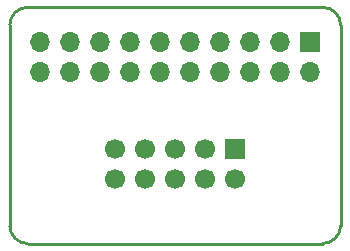
<source format=gbr>
G04 #@! TF.GenerationSoftware,KiCad,Pcbnew,(5.1.8)-1*
G04 #@! TF.CreationDate,2021-02-24T14:52:37-06:00*
G04 #@! TF.ProjectId,STLINK_Adapter,53544c49-4e4b-45f4-9164-61707465722e,rev?*
G04 #@! TF.SameCoordinates,Original*
G04 #@! TF.FileFunction,Soldermask,Top*
G04 #@! TF.FilePolarity,Negative*
%FSLAX46Y46*%
G04 Gerber Fmt 4.6, Leading zero omitted, Abs format (unit mm)*
G04 Created by KiCad (PCBNEW (5.1.8)-1) date 2021-02-24 14:52:37*
%MOMM*%
%LPD*%
G01*
G04 APERTURE LIST*
G04 #@! TA.AperFunction,Profile*
%ADD10C,0.254000*%
G04 #@! TD*
%ADD11C,1.700000*%
%ADD12R,1.700000X1.700000*%
%ADD13O,1.700000X1.700000*%
G04 APERTURE END LIST*
D10*
X112500000Y-90000000D02*
G75*
G02*
X114000000Y-91500000I0J-1500000D01*
G01*
X114000000Y-108500000D02*
G75*
G02*
X112500000Y-110000000I-1500000J0D01*
G01*
X87500000Y-110000000D02*
G75*
G02*
X86000000Y-108500000I0J1500000D01*
G01*
X87500000Y-110000000D02*
X112500000Y-110000000D01*
X114000000Y-91500000D02*
X114000000Y-108500000D01*
X86000000Y-91500000D02*
X86000000Y-108500000D01*
X86000000Y-91500000D02*
G75*
G02*
X87500000Y-90000000I1500000J0D01*
G01*
X87500000Y-90000000D02*
X112500000Y-90000000D01*
D11*
X94920000Y-104540000D03*
X94920000Y-102000000D03*
X97460000Y-104540000D03*
X97460000Y-102000000D03*
X100000000Y-104540000D03*
X100000000Y-102000000D03*
X102540000Y-104540000D03*
X102540000Y-102000000D03*
X105080000Y-104540000D03*
D12*
X105080000Y-102000000D03*
D13*
X88570000Y-95520000D03*
X88570000Y-92980000D03*
X91110000Y-95520000D03*
X91110000Y-92980000D03*
X93650000Y-95520000D03*
X93650000Y-92980000D03*
X96190000Y-95520000D03*
X96190000Y-92980000D03*
X98730000Y-95520000D03*
X98730000Y-92980000D03*
X101270000Y-95520000D03*
X101270000Y-92980000D03*
X103810000Y-95520000D03*
X103810000Y-92980000D03*
X106350000Y-95520000D03*
X106350000Y-92980000D03*
X108890000Y-95520000D03*
X108890000Y-92980000D03*
X111430000Y-95520000D03*
D12*
X111430000Y-92980000D03*
M02*

</source>
